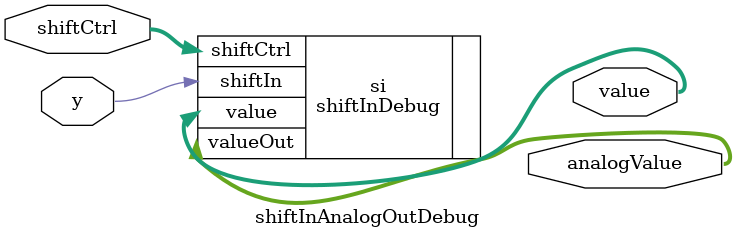
<source format=v>
`include "analogShift.vh"

module shiftInAnalogOutDebug(
	input [2:0] shiftCtrl,
	output wire [11:0] analogValue,
	input wire y,
	// debug
	output [11:0] value

);

	shiftInDebug si(.shiftCtrl(shiftCtrl), .shiftIn(y), .valueOut(analogValue), .value(value));

endmodule

</source>
